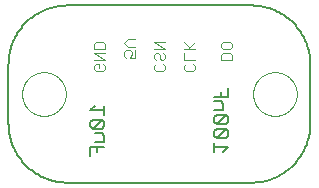
<source format=gbo>
G75*
%MOIN*%
%OFA0B0*%
%FSLAX25Y25*%
%IPPOS*%
%LPD*%
%AMOC8*
5,1,8,0,0,1.08239X$1,22.5*
%
%ADD10C,0.00000*%
%ADD11C,0.00600*%
%ADD12C,0.00400*%
%ADD13C,0.00500*%
D10*
X0028000Y0067173D02*
X0028002Y0067352D01*
X0028009Y0067530D01*
X0028020Y0067709D01*
X0028035Y0067887D01*
X0028055Y0068065D01*
X0028079Y0068242D01*
X0028107Y0068418D01*
X0028140Y0068594D01*
X0028177Y0068769D01*
X0028218Y0068943D01*
X0028264Y0069115D01*
X0028314Y0069287D01*
X0028368Y0069458D01*
X0028426Y0069627D01*
X0028488Y0069794D01*
X0028554Y0069960D01*
X0028625Y0070124D01*
X0028699Y0070287D01*
X0028778Y0070448D01*
X0028860Y0070606D01*
X0028946Y0070763D01*
X0029036Y0070917D01*
X0029130Y0071069D01*
X0029227Y0071219D01*
X0029329Y0071367D01*
X0029433Y0071511D01*
X0029541Y0071654D01*
X0029653Y0071793D01*
X0029768Y0071930D01*
X0029887Y0072064D01*
X0030008Y0072195D01*
X0030133Y0072323D01*
X0030261Y0072448D01*
X0030392Y0072569D01*
X0030526Y0072688D01*
X0030663Y0072803D01*
X0030802Y0072915D01*
X0030945Y0073023D01*
X0031089Y0073127D01*
X0031237Y0073229D01*
X0031387Y0073326D01*
X0031539Y0073420D01*
X0031693Y0073510D01*
X0031850Y0073596D01*
X0032008Y0073678D01*
X0032169Y0073757D01*
X0032332Y0073831D01*
X0032496Y0073902D01*
X0032662Y0073968D01*
X0032829Y0074030D01*
X0032998Y0074088D01*
X0033169Y0074142D01*
X0033341Y0074192D01*
X0033513Y0074238D01*
X0033687Y0074279D01*
X0033862Y0074316D01*
X0034038Y0074349D01*
X0034214Y0074377D01*
X0034391Y0074401D01*
X0034569Y0074421D01*
X0034747Y0074436D01*
X0034926Y0074447D01*
X0035104Y0074454D01*
X0035283Y0074456D01*
X0035462Y0074454D01*
X0035640Y0074447D01*
X0035819Y0074436D01*
X0035997Y0074421D01*
X0036175Y0074401D01*
X0036352Y0074377D01*
X0036528Y0074349D01*
X0036704Y0074316D01*
X0036879Y0074279D01*
X0037053Y0074238D01*
X0037225Y0074192D01*
X0037397Y0074142D01*
X0037568Y0074088D01*
X0037737Y0074030D01*
X0037904Y0073968D01*
X0038070Y0073902D01*
X0038234Y0073831D01*
X0038397Y0073757D01*
X0038558Y0073678D01*
X0038716Y0073596D01*
X0038873Y0073510D01*
X0039027Y0073420D01*
X0039179Y0073326D01*
X0039329Y0073229D01*
X0039477Y0073127D01*
X0039621Y0073023D01*
X0039764Y0072915D01*
X0039903Y0072803D01*
X0040040Y0072688D01*
X0040174Y0072569D01*
X0040305Y0072448D01*
X0040433Y0072323D01*
X0040558Y0072195D01*
X0040679Y0072064D01*
X0040798Y0071930D01*
X0040913Y0071793D01*
X0041025Y0071654D01*
X0041133Y0071511D01*
X0041237Y0071367D01*
X0041339Y0071219D01*
X0041436Y0071069D01*
X0041530Y0070917D01*
X0041620Y0070763D01*
X0041706Y0070606D01*
X0041788Y0070448D01*
X0041867Y0070287D01*
X0041941Y0070124D01*
X0042012Y0069960D01*
X0042078Y0069794D01*
X0042140Y0069627D01*
X0042198Y0069458D01*
X0042252Y0069287D01*
X0042302Y0069115D01*
X0042348Y0068943D01*
X0042389Y0068769D01*
X0042426Y0068594D01*
X0042459Y0068418D01*
X0042487Y0068242D01*
X0042511Y0068065D01*
X0042531Y0067887D01*
X0042546Y0067709D01*
X0042557Y0067530D01*
X0042564Y0067352D01*
X0042566Y0067173D01*
X0042564Y0066994D01*
X0042557Y0066816D01*
X0042546Y0066637D01*
X0042531Y0066459D01*
X0042511Y0066281D01*
X0042487Y0066104D01*
X0042459Y0065928D01*
X0042426Y0065752D01*
X0042389Y0065577D01*
X0042348Y0065403D01*
X0042302Y0065231D01*
X0042252Y0065059D01*
X0042198Y0064888D01*
X0042140Y0064719D01*
X0042078Y0064552D01*
X0042012Y0064386D01*
X0041941Y0064222D01*
X0041867Y0064059D01*
X0041788Y0063898D01*
X0041706Y0063740D01*
X0041620Y0063583D01*
X0041530Y0063429D01*
X0041436Y0063277D01*
X0041339Y0063127D01*
X0041237Y0062979D01*
X0041133Y0062835D01*
X0041025Y0062692D01*
X0040913Y0062553D01*
X0040798Y0062416D01*
X0040679Y0062282D01*
X0040558Y0062151D01*
X0040433Y0062023D01*
X0040305Y0061898D01*
X0040174Y0061777D01*
X0040040Y0061658D01*
X0039903Y0061543D01*
X0039764Y0061431D01*
X0039621Y0061323D01*
X0039477Y0061219D01*
X0039329Y0061117D01*
X0039179Y0061020D01*
X0039027Y0060926D01*
X0038873Y0060836D01*
X0038716Y0060750D01*
X0038558Y0060668D01*
X0038397Y0060589D01*
X0038234Y0060515D01*
X0038070Y0060444D01*
X0037904Y0060378D01*
X0037737Y0060316D01*
X0037568Y0060258D01*
X0037397Y0060204D01*
X0037225Y0060154D01*
X0037053Y0060108D01*
X0036879Y0060067D01*
X0036704Y0060030D01*
X0036528Y0059997D01*
X0036352Y0059969D01*
X0036175Y0059945D01*
X0035997Y0059925D01*
X0035819Y0059910D01*
X0035640Y0059899D01*
X0035462Y0059892D01*
X0035283Y0059890D01*
X0035104Y0059892D01*
X0034926Y0059899D01*
X0034747Y0059910D01*
X0034569Y0059925D01*
X0034391Y0059945D01*
X0034214Y0059969D01*
X0034038Y0059997D01*
X0033862Y0060030D01*
X0033687Y0060067D01*
X0033513Y0060108D01*
X0033341Y0060154D01*
X0033169Y0060204D01*
X0032998Y0060258D01*
X0032829Y0060316D01*
X0032662Y0060378D01*
X0032496Y0060444D01*
X0032332Y0060515D01*
X0032169Y0060589D01*
X0032008Y0060668D01*
X0031850Y0060750D01*
X0031693Y0060836D01*
X0031539Y0060926D01*
X0031387Y0061020D01*
X0031237Y0061117D01*
X0031089Y0061219D01*
X0030945Y0061323D01*
X0030802Y0061431D01*
X0030663Y0061543D01*
X0030526Y0061658D01*
X0030392Y0061777D01*
X0030261Y0061898D01*
X0030133Y0062023D01*
X0030008Y0062151D01*
X0029887Y0062282D01*
X0029768Y0062416D01*
X0029653Y0062553D01*
X0029541Y0062692D01*
X0029433Y0062835D01*
X0029329Y0062979D01*
X0029227Y0063127D01*
X0029130Y0063277D01*
X0029036Y0063429D01*
X0028946Y0063583D01*
X0028860Y0063740D01*
X0028778Y0063898D01*
X0028699Y0064059D01*
X0028625Y0064222D01*
X0028554Y0064386D01*
X0028488Y0064552D01*
X0028426Y0064719D01*
X0028368Y0064888D01*
X0028314Y0065059D01*
X0028264Y0065231D01*
X0028218Y0065403D01*
X0028177Y0065577D01*
X0028140Y0065752D01*
X0028107Y0065928D01*
X0028079Y0066104D01*
X0028055Y0066281D01*
X0028035Y0066459D01*
X0028020Y0066637D01*
X0028009Y0066816D01*
X0028002Y0066994D01*
X0028000Y0067173D01*
X0105000Y0067173D02*
X0105002Y0067352D01*
X0105009Y0067530D01*
X0105020Y0067709D01*
X0105035Y0067887D01*
X0105055Y0068065D01*
X0105079Y0068242D01*
X0105107Y0068418D01*
X0105140Y0068594D01*
X0105177Y0068769D01*
X0105218Y0068943D01*
X0105264Y0069115D01*
X0105314Y0069287D01*
X0105368Y0069458D01*
X0105426Y0069627D01*
X0105488Y0069794D01*
X0105554Y0069960D01*
X0105625Y0070124D01*
X0105699Y0070287D01*
X0105778Y0070448D01*
X0105860Y0070606D01*
X0105946Y0070763D01*
X0106036Y0070917D01*
X0106130Y0071069D01*
X0106227Y0071219D01*
X0106329Y0071367D01*
X0106433Y0071511D01*
X0106541Y0071654D01*
X0106653Y0071793D01*
X0106768Y0071930D01*
X0106887Y0072064D01*
X0107008Y0072195D01*
X0107133Y0072323D01*
X0107261Y0072448D01*
X0107392Y0072569D01*
X0107526Y0072688D01*
X0107663Y0072803D01*
X0107802Y0072915D01*
X0107945Y0073023D01*
X0108089Y0073127D01*
X0108237Y0073229D01*
X0108387Y0073326D01*
X0108539Y0073420D01*
X0108693Y0073510D01*
X0108850Y0073596D01*
X0109008Y0073678D01*
X0109169Y0073757D01*
X0109332Y0073831D01*
X0109496Y0073902D01*
X0109662Y0073968D01*
X0109829Y0074030D01*
X0109998Y0074088D01*
X0110169Y0074142D01*
X0110341Y0074192D01*
X0110513Y0074238D01*
X0110687Y0074279D01*
X0110862Y0074316D01*
X0111038Y0074349D01*
X0111214Y0074377D01*
X0111391Y0074401D01*
X0111569Y0074421D01*
X0111747Y0074436D01*
X0111926Y0074447D01*
X0112104Y0074454D01*
X0112283Y0074456D01*
X0112462Y0074454D01*
X0112640Y0074447D01*
X0112819Y0074436D01*
X0112997Y0074421D01*
X0113175Y0074401D01*
X0113352Y0074377D01*
X0113528Y0074349D01*
X0113704Y0074316D01*
X0113879Y0074279D01*
X0114053Y0074238D01*
X0114225Y0074192D01*
X0114397Y0074142D01*
X0114568Y0074088D01*
X0114737Y0074030D01*
X0114904Y0073968D01*
X0115070Y0073902D01*
X0115234Y0073831D01*
X0115397Y0073757D01*
X0115558Y0073678D01*
X0115716Y0073596D01*
X0115873Y0073510D01*
X0116027Y0073420D01*
X0116179Y0073326D01*
X0116329Y0073229D01*
X0116477Y0073127D01*
X0116621Y0073023D01*
X0116764Y0072915D01*
X0116903Y0072803D01*
X0117040Y0072688D01*
X0117174Y0072569D01*
X0117305Y0072448D01*
X0117433Y0072323D01*
X0117558Y0072195D01*
X0117679Y0072064D01*
X0117798Y0071930D01*
X0117913Y0071793D01*
X0118025Y0071654D01*
X0118133Y0071511D01*
X0118237Y0071367D01*
X0118339Y0071219D01*
X0118436Y0071069D01*
X0118530Y0070917D01*
X0118620Y0070763D01*
X0118706Y0070606D01*
X0118788Y0070448D01*
X0118867Y0070287D01*
X0118941Y0070124D01*
X0119012Y0069960D01*
X0119078Y0069794D01*
X0119140Y0069627D01*
X0119198Y0069458D01*
X0119252Y0069287D01*
X0119302Y0069115D01*
X0119348Y0068943D01*
X0119389Y0068769D01*
X0119426Y0068594D01*
X0119459Y0068418D01*
X0119487Y0068242D01*
X0119511Y0068065D01*
X0119531Y0067887D01*
X0119546Y0067709D01*
X0119557Y0067530D01*
X0119564Y0067352D01*
X0119566Y0067173D01*
X0119564Y0066994D01*
X0119557Y0066816D01*
X0119546Y0066637D01*
X0119531Y0066459D01*
X0119511Y0066281D01*
X0119487Y0066104D01*
X0119459Y0065928D01*
X0119426Y0065752D01*
X0119389Y0065577D01*
X0119348Y0065403D01*
X0119302Y0065231D01*
X0119252Y0065059D01*
X0119198Y0064888D01*
X0119140Y0064719D01*
X0119078Y0064552D01*
X0119012Y0064386D01*
X0118941Y0064222D01*
X0118867Y0064059D01*
X0118788Y0063898D01*
X0118706Y0063740D01*
X0118620Y0063583D01*
X0118530Y0063429D01*
X0118436Y0063277D01*
X0118339Y0063127D01*
X0118237Y0062979D01*
X0118133Y0062835D01*
X0118025Y0062692D01*
X0117913Y0062553D01*
X0117798Y0062416D01*
X0117679Y0062282D01*
X0117558Y0062151D01*
X0117433Y0062023D01*
X0117305Y0061898D01*
X0117174Y0061777D01*
X0117040Y0061658D01*
X0116903Y0061543D01*
X0116764Y0061431D01*
X0116621Y0061323D01*
X0116477Y0061219D01*
X0116329Y0061117D01*
X0116179Y0061020D01*
X0116027Y0060926D01*
X0115873Y0060836D01*
X0115716Y0060750D01*
X0115558Y0060668D01*
X0115397Y0060589D01*
X0115234Y0060515D01*
X0115070Y0060444D01*
X0114904Y0060378D01*
X0114737Y0060316D01*
X0114568Y0060258D01*
X0114397Y0060204D01*
X0114225Y0060154D01*
X0114053Y0060108D01*
X0113879Y0060067D01*
X0113704Y0060030D01*
X0113528Y0059997D01*
X0113352Y0059969D01*
X0113175Y0059945D01*
X0112997Y0059925D01*
X0112819Y0059910D01*
X0112640Y0059899D01*
X0112462Y0059892D01*
X0112283Y0059890D01*
X0112104Y0059892D01*
X0111926Y0059899D01*
X0111747Y0059910D01*
X0111569Y0059925D01*
X0111391Y0059945D01*
X0111214Y0059969D01*
X0111038Y0059997D01*
X0110862Y0060030D01*
X0110687Y0060067D01*
X0110513Y0060108D01*
X0110341Y0060154D01*
X0110169Y0060204D01*
X0109998Y0060258D01*
X0109829Y0060316D01*
X0109662Y0060378D01*
X0109496Y0060444D01*
X0109332Y0060515D01*
X0109169Y0060589D01*
X0109008Y0060668D01*
X0108850Y0060750D01*
X0108693Y0060836D01*
X0108539Y0060926D01*
X0108387Y0061020D01*
X0108237Y0061117D01*
X0108089Y0061219D01*
X0107945Y0061323D01*
X0107802Y0061431D01*
X0107663Y0061543D01*
X0107526Y0061658D01*
X0107392Y0061777D01*
X0107261Y0061898D01*
X0107133Y0062023D01*
X0107008Y0062151D01*
X0106887Y0062282D01*
X0106768Y0062416D01*
X0106653Y0062553D01*
X0106541Y0062692D01*
X0106433Y0062835D01*
X0106329Y0062979D01*
X0106227Y0063127D01*
X0106130Y0063277D01*
X0106036Y0063429D01*
X0105946Y0063583D01*
X0105860Y0063740D01*
X0105778Y0063898D01*
X0105699Y0064059D01*
X0105625Y0064222D01*
X0105554Y0064386D01*
X0105488Y0064552D01*
X0105426Y0064719D01*
X0105368Y0064888D01*
X0105314Y0065059D01*
X0105264Y0065231D01*
X0105218Y0065403D01*
X0105177Y0065577D01*
X0105140Y0065752D01*
X0105107Y0065928D01*
X0105079Y0066104D01*
X0105055Y0066281D01*
X0105035Y0066459D01*
X0105020Y0066637D01*
X0105009Y0066816D01*
X0105002Y0066994D01*
X0105000Y0067173D01*
D11*
X0104409Y0037646D02*
X0043157Y0037646D01*
X0042681Y0037652D01*
X0042206Y0037669D01*
X0041731Y0037698D01*
X0041257Y0037738D01*
X0040784Y0037790D01*
X0040313Y0037853D01*
X0039843Y0037927D01*
X0039375Y0038013D01*
X0038909Y0038110D01*
X0038446Y0038218D01*
X0037986Y0038337D01*
X0037528Y0038468D01*
X0037074Y0038609D01*
X0036623Y0038762D01*
X0036177Y0038925D01*
X0035734Y0039099D01*
X0035296Y0039284D01*
X0034862Y0039479D01*
X0034433Y0039685D01*
X0034009Y0039901D01*
X0033590Y0040127D01*
X0033177Y0040363D01*
X0032770Y0040609D01*
X0032369Y0040865D01*
X0031975Y0041131D01*
X0031586Y0041406D01*
X0031205Y0041690D01*
X0030831Y0041983D01*
X0030463Y0042285D01*
X0030103Y0042597D01*
X0029751Y0042916D01*
X0029407Y0043244D01*
X0029070Y0043581D01*
X0028742Y0043925D01*
X0028423Y0044277D01*
X0028111Y0044637D01*
X0027809Y0045005D01*
X0027516Y0045379D01*
X0027232Y0045760D01*
X0026957Y0046149D01*
X0026691Y0046543D01*
X0026435Y0046944D01*
X0026189Y0047351D01*
X0025953Y0047764D01*
X0025727Y0048183D01*
X0025511Y0048607D01*
X0025305Y0049036D01*
X0025110Y0049470D01*
X0024925Y0049908D01*
X0024751Y0050351D01*
X0024588Y0050797D01*
X0024435Y0051248D01*
X0024294Y0051702D01*
X0024163Y0052160D01*
X0024044Y0052620D01*
X0023936Y0053083D01*
X0023839Y0053549D01*
X0023753Y0054017D01*
X0023679Y0054487D01*
X0023616Y0054958D01*
X0023564Y0055431D01*
X0023524Y0055905D01*
X0023495Y0056380D01*
X0023478Y0056855D01*
X0023472Y0057331D01*
X0023472Y0077016D01*
X0023478Y0077492D01*
X0023495Y0077967D01*
X0023524Y0078442D01*
X0023564Y0078916D01*
X0023616Y0079389D01*
X0023679Y0079860D01*
X0023753Y0080330D01*
X0023839Y0080798D01*
X0023936Y0081264D01*
X0024044Y0081727D01*
X0024163Y0082187D01*
X0024294Y0082645D01*
X0024435Y0083099D01*
X0024588Y0083550D01*
X0024751Y0083996D01*
X0024925Y0084439D01*
X0025110Y0084877D01*
X0025305Y0085311D01*
X0025511Y0085740D01*
X0025727Y0086164D01*
X0025953Y0086583D01*
X0026189Y0086996D01*
X0026435Y0087403D01*
X0026691Y0087804D01*
X0026957Y0088198D01*
X0027232Y0088587D01*
X0027516Y0088968D01*
X0027809Y0089342D01*
X0028111Y0089710D01*
X0028423Y0090070D01*
X0028742Y0090422D01*
X0029070Y0090766D01*
X0029407Y0091103D01*
X0029751Y0091431D01*
X0030103Y0091750D01*
X0030463Y0092062D01*
X0030831Y0092364D01*
X0031205Y0092657D01*
X0031586Y0092941D01*
X0031975Y0093216D01*
X0032369Y0093482D01*
X0032770Y0093738D01*
X0033177Y0093984D01*
X0033590Y0094220D01*
X0034009Y0094446D01*
X0034433Y0094662D01*
X0034862Y0094868D01*
X0035296Y0095063D01*
X0035734Y0095248D01*
X0036177Y0095422D01*
X0036623Y0095585D01*
X0037074Y0095738D01*
X0037528Y0095879D01*
X0037986Y0096010D01*
X0038446Y0096129D01*
X0038909Y0096237D01*
X0039375Y0096334D01*
X0039843Y0096420D01*
X0040313Y0096494D01*
X0040784Y0096557D01*
X0041257Y0096609D01*
X0041731Y0096649D01*
X0042206Y0096678D01*
X0042681Y0096695D01*
X0043157Y0096701D01*
X0104409Y0096701D01*
X0104885Y0096695D01*
X0105360Y0096678D01*
X0105835Y0096649D01*
X0106309Y0096609D01*
X0106782Y0096557D01*
X0107253Y0096494D01*
X0107723Y0096420D01*
X0108191Y0096334D01*
X0108657Y0096237D01*
X0109120Y0096129D01*
X0109580Y0096010D01*
X0110038Y0095879D01*
X0110492Y0095738D01*
X0110943Y0095585D01*
X0111389Y0095422D01*
X0111832Y0095248D01*
X0112270Y0095063D01*
X0112704Y0094868D01*
X0113133Y0094662D01*
X0113557Y0094446D01*
X0113976Y0094220D01*
X0114389Y0093984D01*
X0114796Y0093738D01*
X0115197Y0093482D01*
X0115591Y0093216D01*
X0115980Y0092941D01*
X0116361Y0092657D01*
X0116735Y0092364D01*
X0117103Y0092062D01*
X0117463Y0091750D01*
X0117815Y0091431D01*
X0118159Y0091103D01*
X0118496Y0090766D01*
X0118824Y0090422D01*
X0119143Y0090070D01*
X0119455Y0089710D01*
X0119757Y0089342D01*
X0120050Y0088968D01*
X0120334Y0088587D01*
X0120609Y0088198D01*
X0120875Y0087804D01*
X0121131Y0087403D01*
X0121377Y0086996D01*
X0121613Y0086583D01*
X0121839Y0086164D01*
X0122055Y0085740D01*
X0122261Y0085311D01*
X0122456Y0084877D01*
X0122641Y0084439D01*
X0122815Y0083996D01*
X0122978Y0083550D01*
X0123131Y0083099D01*
X0123272Y0082645D01*
X0123403Y0082187D01*
X0123522Y0081727D01*
X0123630Y0081264D01*
X0123727Y0080798D01*
X0123813Y0080330D01*
X0123887Y0079860D01*
X0123950Y0079389D01*
X0124002Y0078916D01*
X0124042Y0078442D01*
X0124071Y0077967D01*
X0124088Y0077492D01*
X0124094Y0077016D01*
X0124094Y0057331D01*
X0124088Y0056855D01*
X0124071Y0056380D01*
X0124042Y0055905D01*
X0124002Y0055431D01*
X0123950Y0054958D01*
X0123887Y0054487D01*
X0123813Y0054017D01*
X0123727Y0053549D01*
X0123630Y0053083D01*
X0123522Y0052620D01*
X0123403Y0052160D01*
X0123272Y0051702D01*
X0123131Y0051248D01*
X0122978Y0050797D01*
X0122815Y0050351D01*
X0122641Y0049908D01*
X0122456Y0049470D01*
X0122261Y0049036D01*
X0122055Y0048607D01*
X0121839Y0048183D01*
X0121613Y0047764D01*
X0121377Y0047351D01*
X0121131Y0046944D01*
X0120875Y0046543D01*
X0120609Y0046149D01*
X0120334Y0045760D01*
X0120050Y0045379D01*
X0119757Y0045005D01*
X0119455Y0044637D01*
X0119143Y0044277D01*
X0118824Y0043925D01*
X0118496Y0043581D01*
X0118159Y0043244D01*
X0117815Y0042916D01*
X0117463Y0042597D01*
X0117103Y0042285D01*
X0116735Y0041983D01*
X0116361Y0041690D01*
X0115980Y0041406D01*
X0115591Y0041131D01*
X0115197Y0040865D01*
X0114796Y0040609D01*
X0114389Y0040363D01*
X0113976Y0040127D01*
X0113557Y0039901D01*
X0113133Y0039685D01*
X0112704Y0039479D01*
X0112270Y0039284D01*
X0111832Y0039099D01*
X0111389Y0038925D01*
X0110943Y0038762D01*
X0110492Y0038609D01*
X0110038Y0038468D01*
X0109580Y0038337D01*
X0109120Y0038218D01*
X0108657Y0038110D01*
X0108191Y0038013D01*
X0107723Y0037927D01*
X0107253Y0037853D01*
X0106782Y0037790D01*
X0106309Y0037738D01*
X0105835Y0037698D01*
X0105360Y0037669D01*
X0104885Y0037652D01*
X0104409Y0037646D01*
D12*
X0084966Y0074757D02*
X0082564Y0074757D01*
X0081964Y0075357D01*
X0081964Y0076558D01*
X0082564Y0077159D01*
X0081964Y0078440D02*
X0081964Y0080842D01*
X0081964Y0082123D02*
X0085567Y0082123D01*
X0083765Y0082724D02*
X0081964Y0084525D01*
X0083165Y0082123D02*
X0085567Y0084525D01*
X0094428Y0083992D02*
X0094428Y0082791D01*
X0095029Y0082190D01*
X0097431Y0082190D01*
X0098031Y0082791D01*
X0098031Y0083992D01*
X0097431Y0084592D01*
X0095029Y0084592D01*
X0094428Y0083992D01*
X0095029Y0080909D02*
X0097431Y0080909D01*
X0098031Y0080309D01*
X0098031Y0078507D01*
X0094428Y0078507D01*
X0094428Y0080309D01*
X0095029Y0080909D01*
X0085567Y0078440D02*
X0081964Y0078440D01*
X0084966Y0077159D02*
X0085567Y0076558D01*
X0085567Y0075357D01*
X0084966Y0074757D01*
X0075650Y0075436D02*
X0075049Y0074836D01*
X0072647Y0074836D01*
X0072046Y0075436D01*
X0072046Y0076637D01*
X0072647Y0077238D01*
X0072647Y0078519D02*
X0072046Y0079119D01*
X0072046Y0080320D01*
X0072647Y0080921D01*
X0073247Y0080921D01*
X0073848Y0080320D01*
X0073848Y0079119D01*
X0074448Y0078519D01*
X0075049Y0078519D01*
X0075650Y0079119D01*
X0075650Y0080320D01*
X0075049Y0080921D01*
X0075650Y0082202D02*
X0072046Y0084604D01*
X0075650Y0084604D01*
X0075650Y0082202D02*
X0072046Y0082202D01*
X0065716Y0081697D02*
X0065716Y0079294D01*
X0063915Y0079294D01*
X0064515Y0080496D01*
X0064515Y0081096D01*
X0063915Y0081697D01*
X0062714Y0081697D01*
X0062113Y0081096D01*
X0062113Y0079895D01*
X0062714Y0079294D01*
X0063314Y0082978D02*
X0062113Y0084179D01*
X0063314Y0085380D01*
X0065716Y0085380D01*
X0065716Y0082978D02*
X0063314Y0082978D01*
X0055520Y0082133D02*
X0055520Y0083935D01*
X0054919Y0084535D01*
X0052517Y0084535D01*
X0051917Y0083935D01*
X0051917Y0082133D01*
X0055520Y0082133D01*
X0055520Y0080852D02*
X0051917Y0080852D01*
X0055520Y0078450D01*
X0051917Y0078450D01*
X0052517Y0077169D02*
X0053718Y0077169D01*
X0053718Y0075968D01*
X0052517Y0077169D02*
X0051917Y0076568D01*
X0051917Y0075367D01*
X0052517Y0074767D01*
X0054919Y0074767D01*
X0055520Y0075367D01*
X0055520Y0076568D01*
X0054919Y0077169D01*
X0075049Y0077238D02*
X0075650Y0076637D01*
X0075650Y0075436D01*
D13*
X0092112Y0066333D02*
X0096616Y0066333D01*
X0096616Y0069336D01*
X0094364Y0067835D02*
X0094364Y0066333D01*
X0094364Y0064732D02*
X0092112Y0064732D01*
X0094364Y0064732D02*
X0095115Y0063981D01*
X0095115Y0061729D01*
X0092112Y0061729D01*
X0092863Y0060128D02*
X0092112Y0059377D01*
X0092112Y0057876D01*
X0092863Y0057126D01*
X0095865Y0060128D01*
X0092863Y0060128D01*
X0095865Y0060128D02*
X0096616Y0059377D01*
X0096616Y0057876D01*
X0095865Y0057126D01*
X0092863Y0057126D01*
X0092863Y0055524D02*
X0092112Y0054774D01*
X0092112Y0053272D01*
X0092863Y0052522D01*
X0095865Y0055524D01*
X0092863Y0055524D01*
X0095865Y0055524D02*
X0096616Y0054774D01*
X0096616Y0053272D01*
X0095865Y0052522D01*
X0092863Y0052522D01*
X0092112Y0050920D02*
X0092112Y0047918D01*
X0092112Y0049419D02*
X0096616Y0049419D01*
X0095115Y0047918D01*
X0055250Y0049467D02*
X0050746Y0049467D01*
X0050746Y0046465D01*
X0052998Y0047966D02*
X0052998Y0049467D01*
X0052247Y0051069D02*
X0055250Y0051069D01*
X0055250Y0053321D01*
X0054499Y0054071D01*
X0052247Y0054071D01*
X0051497Y0055673D02*
X0054499Y0058675D01*
X0055250Y0057925D01*
X0055250Y0056423D01*
X0054499Y0055673D01*
X0051497Y0055673D01*
X0050746Y0056423D01*
X0050746Y0057925D01*
X0051497Y0058675D01*
X0054499Y0058675D01*
X0055250Y0060277D02*
X0055250Y0063279D01*
X0055250Y0061778D02*
X0050746Y0061778D01*
X0052247Y0063279D01*
M02*

</source>
